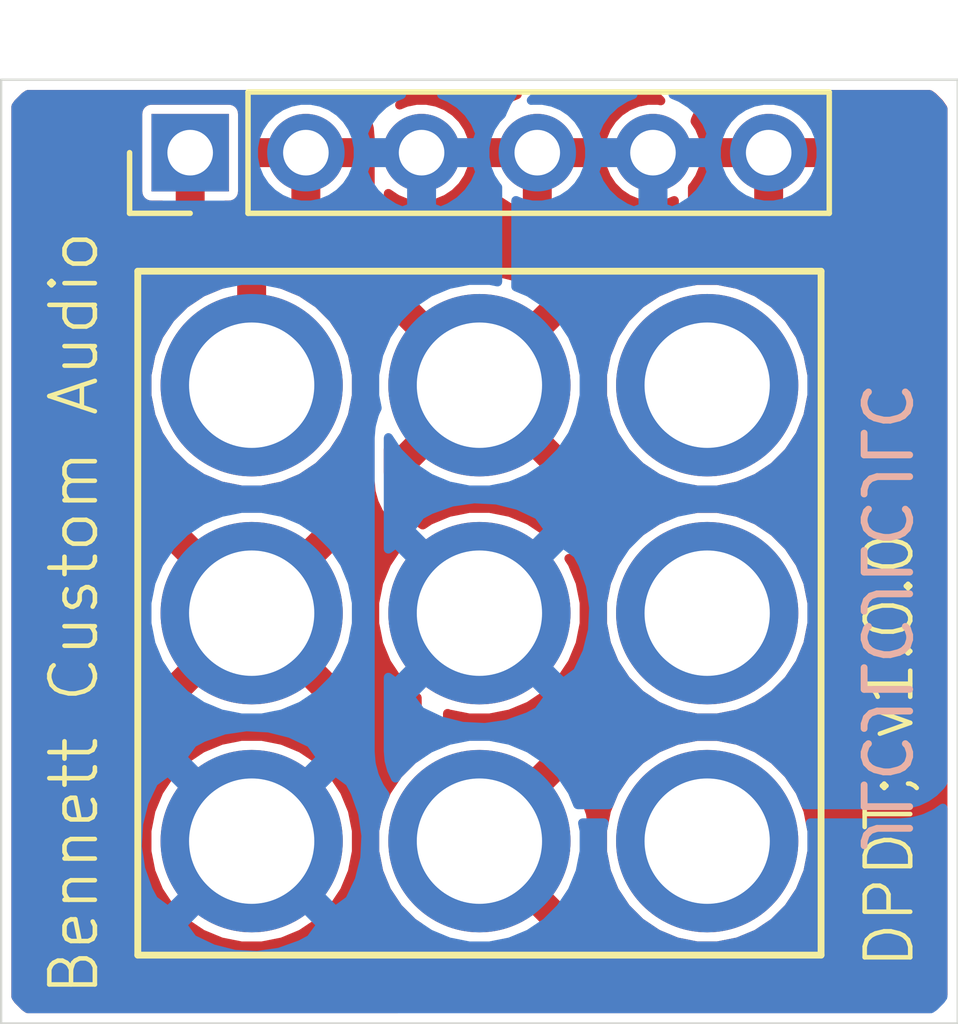
<source format=kicad_pcb>
(kicad_pcb (version 20171130) (host pcbnew "(5.1.10)-1")

  (general
    (thickness 1.6)
    (drawings 7)
    (tracks 3)
    (zones 0)
    (modules 2)
    (nets 10)
  )

  (page A4)
  (layers
    (0 F.Cu signal)
    (31 B.Cu signal)
    (32 B.Adhes user)
    (33 F.Adhes user)
    (34 B.Paste user)
    (35 F.Paste user)
    (36 B.SilkS user)
    (37 F.SilkS user)
    (38 B.Mask user)
    (39 F.Mask user)
    (40 Dwgs.User user hide)
    (41 Cmts.User user hide)
    (42 Eco1.User user hide)
    (43 Eco2.User user hide)
    (44 Edge.Cuts user)
    (45 Margin user)
    (46 B.CrtYd user hide)
    (47 F.CrtYd user hide)
    (48 B.Fab user hide)
    (49 F.Fab user hide)
  )

  (setup
    (last_trace_width 0.25)
    (user_trace_width 0.5)
    (user_trace_width 0.635)
    (trace_clearance 0.2)
    (zone_clearance 0.2)
    (zone_45_only no)
    (trace_min 0.2)
    (via_size 0.8)
    (via_drill 0.4)
    (via_min_size 0.4)
    (via_min_drill 0.3)
    (uvia_size 0.3)
    (uvia_drill 0.1)
    (uvias_allowed no)
    (uvia_min_size 0.2)
    (uvia_min_drill 0.1)
    (edge_width 0.05)
    (segment_width 0.2)
    (pcb_text_width 0.3)
    (pcb_text_size 1.5 1.5)
    (mod_edge_width 0.12)
    (mod_text_size 1 1)
    (mod_text_width 0.15)
    (pad_size 1.524 1.524)
    (pad_drill 0.762)
    (pad_to_mask_clearance 0)
    (aux_axis_origin 0 0)
    (grid_origin -87.7 15.4)
    (visible_elements 7FFFFFFF)
    (pcbplotparams
      (layerselection 0x010fc_ffffffff)
      (usegerberextensions false)
      (usegerberattributes true)
      (usegerberadvancedattributes true)
      (creategerberjobfile true)
      (excludeedgelayer true)
      (linewidth 0.100000)
      (plotframeref false)
      (viasonmask false)
      (mode 1)
      (useauxorigin false)
      (hpglpennumber 1)
      (hpglpenspeed 20)
      (hpglpendiameter 15.000000)
      (psnegative false)
      (psa4output false)
      (plotreference true)
      (plotvalue true)
      (plotinvisibletext false)
      (padsonsilk false)
      (subtractmaskfromsilk false)
      (outputformat 1)
      (mirror false)
      (drillshape 0)
      (scaleselection 1)
      (outputdirectory "gerber-files/"))
  )

  (net 0 "")
  (net 1 "Net-(SW1-Pad9)")
  (net 2 "Net-(J1-Pad6)")
  (net 3 "Net-(J1-Pad5)")
  (net 4 "Net-(J1-Pad4)")
  (net 5 "Net-(J1-Pad3)")
  (net 6 "Net-(J1-Pad2)")
  (net 7 "Net-(J1-Pad1)")
  (net 8 "Net-(SW1-Pad7)")
  (net 9 "Net-(SW1-Pad8)")

  (net_class Default "This is the default net class."
    (clearance 0.2)
    (trace_width 0.25)
    (via_dia 0.8)
    (via_drill 0.4)
    (uvia_dia 0.3)
    (uvia_drill 0.1)
    (add_net "Net-(J1-Pad1)")
    (add_net "Net-(J1-Pad2)")
    (add_net "Net-(J1-Pad3)")
    (add_net "Net-(J1-Pad4)")
    (add_net "Net-(J1-Pad5)")
    (add_net "Net-(J1-Pad6)")
    (add_net "Net-(SW1-Pad7)")
    (add_net "Net-(SW1-Pad8)")
    (add_net "Net-(SW1-Pad9)")
  )

  (module bca-footprints:SW_Foot_3PDT locked (layer F.Cu) (tedit 5E9D95B2) (tstamp 61621810)
    (at 146 80.5)
    (path /6161C444)
    (fp_text reference SW1 (at 0.4 -9) (layer F.SilkS) hide
      (effects (font (size 1 1) (thickness 0.15)))
    )
    (fp_text value SW_3PDT (at 0 9.5) (layer F.Fab) hide
      (effects (font (size 1 1) (thickness 0.15)))
    )
    (fp_line (start -7.5 -7.5) (end 7.5 -7.5) (layer F.SilkS) (width 0.15))
    (fp_line (start 7.5 -7.5) (end 7.5 7.5) (layer F.SilkS) (width 0.15))
    (fp_line (start 7.5 7.5) (end -7.5 7.5) (layer F.SilkS) (width 0.15))
    (fp_line (start -7.5 7.5) (end -7.5 -7.5) (layer F.SilkS) (width 0.15))
    (fp_line (start -7.4 -7.4) (end -7.4 7.4) (layer F.Fab) (width 0.15))
    (fp_line (start -7.4 7.4) (end 7.4 7.4) (layer F.Fab) (width 0.15))
    (fp_line (start 7.4 7.4) (end 7.4 -7.4) (layer F.Fab) (width 0.15))
    (fp_line (start 7.4 -7.4) (end -7.4 -7.4) (layer F.Fab) (width 0.15))
    (fp_line (start 8 -8) (end 8 8) (layer F.CrtYd) (width 0.15))
    (fp_line (start 8 8) (end -8 8) (layer F.CrtYd) (width 0.15))
    (fp_line (start -8 8) (end -8 -8) (layer F.CrtYd) (width 0.15))
    (fp_line (start -8 -8) (end 8 -8) (layer F.CrtYd) (width 0.15))
    (pad 5 thru_hole circle (at 0 0) (size 4 4) (drill 2.75) (layers *.Cu *.Mask)
      (net 3 "Net-(J1-Pad5)"))
    (pad 1 thru_hole circle (at -5 -5) (size 4 4) (drill 2.75) (layers *.Cu *.Mask)
      (net 7 "Net-(J1-Pad1)"))
    (pad 2 thru_hole circle (at -5 0) (size 4 4) (drill 2.75) (layers *.Cu *.Mask)
      (net 6 "Net-(J1-Pad2)"))
    (pad 4 thru_hole circle (at 0 -5) (size 4 4) (drill 2.75) (layers *.Cu *.Mask)
      (net 4 "Net-(J1-Pad4)"))
    (pad 7 thru_hole circle (at 5 -5) (size 4 4) (drill 2.75) (layers *.Cu *.Mask)
      (net 8 "Net-(SW1-Pad7)"))
    (pad 8 thru_hole circle (at 5 0) (size 4 4) (drill 2.75) (layers *.Cu *.Mask)
      (net 9 "Net-(SW1-Pad8)"))
    (pad 3 thru_hole circle (at -5 5) (size 4 4) (drill 2.75) (layers *.Cu *.Mask)
      (net 5 "Net-(J1-Pad3)"))
    (pad 9 thru_hole circle (at 5 5) (size 4 4) (drill 2.75) (layers *.Cu *.Mask)
      (net 1 "Net-(SW1-Pad9)"))
    (pad 6 thru_hole circle (at 0 5) (size 4 4) (drill 2.75) (layers *.Cu *.Mask)
      (net 2 "Net-(J1-Pad6)"))
  )

  (module bca-footprints:Pin_Header_Straight_1x06_Pitch2.54mm locked (layer F.Cu) (tedit 5CF72A80) (tstamp 65C59781)
    (at 146 70.4)
    (descr "Through hole straight pin header, 1x06, 2.54mm pitch, single row")
    (tags "Through hole pin header THT 1x06 2.54mm single row")
    (path /6161D447)
    (fp_text reference J1 (at 0 -2.5 180) (layer F.SilkS) hide
      (effects (font (size 1 1) (thickness 0.15)))
    )
    (fp_text value Conn_01x08 (at 0 2.7 180) (layer F.Fab)
      (effects (font (size 1 1) (thickness 0.15)))
    )
    (fp_line (start -8.15 -1.8) (end -8.15 1.8) (layer F.CrtYd) (width 0.05))
    (fp_line (start 8.15 -1.8) (end -8.15 -1.8) (layer F.CrtYd) (width 0.05))
    (fp_line (start 8.15 1.8) (end 8.15 -1.8) (layer F.CrtYd) (width 0.05))
    (fp_line (start -8.15 1.8) (end 8.15 1.8) (layer F.CrtYd) (width 0.05))
    (fp_line (start -7.68 1.33) (end -7.68 0) (layer F.SilkS) (width 0.12))
    (fp_line (start -6.35 1.33) (end -7.68 1.33) (layer F.SilkS) (width 0.12))
    (fp_line (start -5.08 1.33) (end -5.08 -1.33) (layer F.SilkS) (width 0.12))
    (fp_line (start -5.08 -1.33) (end 7.68 -1.33) (layer F.SilkS) (width 0.12))
    (fp_line (start -5.08 1.33) (end 7.68 1.33) (layer F.SilkS) (width 0.12))
    (fp_line (start 7.68 1.33) (end 7.68 -1.33) (layer F.SilkS) (width 0.12))
    (fp_line (start -6.985 1.27) (end -7.62 0.635) (layer F.Fab) (width 0.1))
    (fp_line (start 7.62 1.27) (end -6.985 1.27) (layer F.Fab) (width 0.1))
    (fp_line (start 7.62 -1.27) (end 7.62 1.27) (layer F.Fab) (width 0.1))
    (fp_line (start -7.62 -1.27) (end 7.62 -1.27) (layer F.Fab) (width 0.1))
    (fp_line (start -7.62 0.635) (end -7.62 -1.27) (layer F.Fab) (width 0.1))
    (fp_text user %R (at 0 -2.5 180) (layer F.Fab)
      (effects (font (size 1 1) (thickness 0.15)))
    )
    (pad 6 thru_hole oval (at 6.35 0 90) (size 1.7 1.7) (drill 1) (layers *.Cu *.Mask)
      (net 2 "Net-(J1-Pad6)"))
    (pad 5 thru_hole oval (at 3.81 0 90) (size 1.7 1.7) (drill 1) (layers *.Cu *.Mask)
      (net 3 "Net-(J1-Pad5)"))
    (pad 4 thru_hole oval (at 1.27 0 90) (size 1.7 1.7) (drill 1) (layers *.Cu *.Mask)
      (net 4 "Net-(J1-Pad4)"))
    (pad 3 thru_hole oval (at -1.27 0 90) (size 1.7 1.7) (drill 1) (layers *.Cu *.Mask)
      (net 5 "Net-(J1-Pad3)"))
    (pad 2 thru_hole oval (at -3.81 0 90) (size 1.7 1.7) (drill 1) (layers *.Cu *.Mask)
      (net 6 "Net-(J1-Pad2)"))
    (pad 1 thru_hole rect (at -6.35 0 90) (size 1.7 1.7) (drill 1) (layers *.Cu *.Mask)
      (net 7 "Net-(J1-Pad1)"))
    (model ${KISYS3DMOD}/Pin_Headers.3dshapes/Pin_Header_Straight_1x06_Pitch2.54mm.wrl
      (at (xyz 0 0 0))
      (scale (xyz 1 1 1))
      (rotate (xyz 0 0 0))
    )
  )

  (gr_text JLCJLCJLCJLC (at 154.9 80.6 270) (layer B.SilkS)
    (effects (font (size 1 1) (thickness 0.15)) (justify mirror))
  )
  (gr_text "DPDT; v1.0.0" (at 155 83.5 90) (layer F.SilkS) (tstamp 61622947)
    (effects (font (size 1 1) (thickness 0.1)))
  )
  (gr_text "Bennett Custom Audio" (at 137.1 80.5 90) (layer F.SilkS)
    (effects (font (size 1 1) (thickness 0.1)))
  )
  (gr_line (start 156.5 68.8) (end 135.5 68.8) (layer Edge.Cuts) (width 0.05) (tstamp 61621996))
  (gr_line (start 156.5 89.5) (end 156.5 68.8) (layer Edge.Cuts) (width 0.05))
  (gr_line (start 135.5 89.5) (end 156.5 89.5) (layer Edge.Cuts) (width 0.05))
  (gr_line (start 135.5 68.8) (end 135.5 89.5) (layer Edge.Cuts) (width 0.05))

  (segment (start 141 73) (end 141 75.5) (width 0.635) (layer F.Cu) (net 7))
  (segment (start 139.65 71.65) (end 141 73) (width 0.635) (layer F.Cu) (net 7))
  (segment (start 139.65 70.4) (end 139.65 71.65) (width 0.635) (layer F.Cu) (net 7))

  (zone (net 5) (net_name "Net-(J1-Pad3)") (layer B.Cu) (tstamp 61632B92) (hatch edge 0.508)
    (connect_pads (clearance 0.2))
    (min_thickness 0.2)
    (fill yes (arc_segments 32) (thermal_gap 0.4) (thermal_bridge_width 0.635) (smoothing fillet) (radius 1.27))
    (polygon
      (pts
        (xy 156.5 89.5) (xy 135.5 89.5) (xy 135.5 68.8) (xy 156.5 68.8)
      )
    )
    (filled_polygon
      (pts
        (xy 144.122811 69.194244) (xy 143.899247 69.335869) (xy 143.707608 69.518388) (xy 143.555259 69.734787) (xy 143.448055 69.976749)
        (xy 143.522627 70.1825) (xy 144.5125 70.1825) (xy 144.5125 70.1625) (xy 144.9475 70.1625) (xy 144.9475 70.1825)
        (xy 145.937373 70.1825) (xy 146.011945 69.976749) (xy 145.904741 69.734787) (xy 145.752392 69.518388) (xy 145.560753 69.335869)
        (xy 145.337189 69.194244) (xy 145.169997 69.125) (xy 146.720981 69.125) (xy 146.624403 69.262927) (xy 146.598256 69.308214)
        (xy 146.504698 69.508848) (xy 146.487468 69.556187) (xy 146.376737 69.666918) (xy 146.250884 69.855271) (xy 146.164194 70.064557)
        (xy 146.12 70.286735) (xy 146.12 70.513265) (xy 146.164194 70.735443) (xy 146.250884 70.944729) (xy 146.376737 71.133082)
        (xy 146.4 71.156345) (xy 146.4 73.234505) (xy 146.22653 73.2) (xy 145.77347 73.2) (xy 145.329115 73.288387)
        (xy 144.910541 73.461766) (xy 144.533835 73.713473) (xy 144.213473 74.033835) (xy 143.961766 74.410541) (xy 143.788387 74.829115)
        (xy 143.7 75.27347) (xy 143.7 75.72653) (xy 143.754713 76.001592) (xy 143.704698 76.108848) (xy 143.686812 76.157989)
        (xy 143.629516 76.371822) (xy 143.620436 76.42332) (xy 143.601142 76.643853) (xy 143.6 76.67) (xy 143.6 83.53)
        (xy 143.601142 83.556147) (xy 143.620436 83.77668) (xy 143.629516 83.828178) (xy 143.686812 84.042011) (xy 143.704698 84.091152)
        (xy 143.798256 84.291786) (xy 143.824403 84.337073) (xy 143.929831 84.487639) (xy 143.788387 84.829115) (xy 143.7 85.27347)
        (xy 143.7 85.72653) (xy 143.788387 86.170885) (xy 143.961766 86.589459) (xy 144.213473 86.966165) (xy 144.533835 87.286527)
        (xy 144.910541 87.538234) (xy 145.329115 87.711613) (xy 145.77347 87.8) (xy 146.22653 87.8) (xy 146.670885 87.711613)
        (xy 147.089459 87.538234) (xy 147.466165 87.286527) (xy 147.786527 86.966165) (xy 148.038234 86.589459) (xy 148.211613 86.170885)
        (xy 148.3 85.72653) (xy 148.3 85.27347) (xy 148.265495 85.1) (xy 148.734505 85.1) (xy 148.7 85.27347)
        (xy 148.7 85.72653) (xy 148.788387 86.170885) (xy 148.961766 86.589459) (xy 149.213473 86.966165) (xy 149.533835 87.286527)
        (xy 149.910541 87.538234) (xy 150.329115 87.711613) (xy 150.77347 87.8) (xy 151.22653 87.8) (xy 151.670885 87.711613)
        (xy 152.089459 87.538234) (xy 152.466165 87.286527) (xy 152.786527 86.966165) (xy 153.038234 86.589459) (xy 153.211613 86.170885)
        (xy 153.3 85.72653) (xy 153.3 85.27347) (xy 153.265495 85.1) (xy 155.22702 85.1) (xy 155.253206 85.098855)
        (xy 155.474065 85.079503) (xy 155.525638 85.070395) (xy 155.739766 85.01293) (xy 155.788969 84.994993) (xy 155.989841 84.901166)
        (xy 156.035176 84.874945) (xy 156.175 84.776849) (xy 156.175 88.911807) (xy 156.12598 88.981814) (xy 155.981814 89.12598)
        (xy 155.911807 89.175) (xy 136.088193 89.175) (xy 136.018186 89.12598) (xy 135.87402 88.981814) (xy 135.825 88.911807)
        (xy 135.825 87.334707) (xy 139.472885 87.334707) (xy 139.704933 87.652541) (xy 140.149756 87.863835) (xy 140.627255 87.984289)
        (xy 141.119078 88.009273) (xy 141.606325 87.937828) (xy 142.070271 87.772698) (xy 142.295067 87.652541) (xy 142.527115 87.334707)
        (xy 141 85.807591) (xy 139.472885 87.334707) (xy 135.825 87.334707) (xy 135.825 85.619078) (xy 138.490727 85.619078)
        (xy 138.562172 86.106325) (xy 138.727302 86.570271) (xy 138.847459 86.795067) (xy 139.165293 87.027115) (xy 140.692409 85.5)
        (xy 141.307591 85.5) (xy 142.834707 87.027115) (xy 143.152541 86.795067) (xy 143.363835 86.350244) (xy 143.484289 85.872745)
        (xy 143.509273 85.380922) (xy 143.437828 84.893675) (xy 143.272698 84.429729) (xy 143.152541 84.204933) (xy 142.834707 83.972885)
        (xy 141.307591 85.5) (xy 140.692409 85.5) (xy 139.165293 83.972885) (xy 138.847459 84.204933) (xy 138.636165 84.649756)
        (xy 138.515711 85.127255) (xy 138.490727 85.619078) (xy 135.825 85.619078) (xy 135.825 83.665293) (xy 139.472885 83.665293)
        (xy 141 85.192409) (xy 142.527115 83.665293) (xy 142.295067 83.347459) (xy 141.850244 83.136165) (xy 141.372745 83.015711)
        (xy 140.880922 82.990727) (xy 140.393675 83.062172) (xy 139.929729 83.227302) (xy 139.704933 83.347459) (xy 139.472885 83.665293)
        (xy 135.825 83.665293) (xy 135.825 80.27347) (xy 138.7 80.27347) (xy 138.7 80.72653) (xy 138.788387 81.170885)
        (xy 138.961766 81.589459) (xy 139.213473 81.966165) (xy 139.533835 82.286527) (xy 139.910541 82.538234) (xy 140.329115 82.711613)
        (xy 140.77347 82.8) (xy 141.22653 82.8) (xy 141.670885 82.711613) (xy 142.089459 82.538234) (xy 142.466165 82.286527)
        (xy 142.786527 81.966165) (xy 143.038234 81.589459) (xy 143.211613 81.170885) (xy 143.3 80.72653) (xy 143.3 80.27347)
        (xy 143.211613 79.829115) (xy 143.038234 79.410541) (xy 142.786527 79.033835) (xy 142.466165 78.713473) (xy 142.089459 78.461766)
        (xy 141.670885 78.288387) (xy 141.22653 78.2) (xy 140.77347 78.2) (xy 140.329115 78.288387) (xy 139.910541 78.461766)
        (xy 139.533835 78.713473) (xy 139.213473 79.033835) (xy 138.961766 79.410541) (xy 138.788387 79.829115) (xy 138.7 80.27347)
        (xy 135.825 80.27347) (xy 135.825 75.27347) (xy 138.7 75.27347) (xy 138.7 75.72653) (xy 138.788387 76.170885)
        (xy 138.961766 76.589459) (xy 139.213473 76.966165) (xy 139.533835 77.286527) (xy 139.910541 77.538234) (xy 140.329115 77.711613)
        (xy 140.77347 77.8) (xy 141.22653 77.8) (xy 141.670885 77.711613) (xy 142.089459 77.538234) (xy 142.466165 77.286527)
        (xy 142.786527 76.966165) (xy 143.038234 76.589459) (xy 143.211613 76.170885) (xy 143.3 75.72653) (xy 143.3 75.27347)
        (xy 143.211613 74.829115) (xy 143.038234 74.410541) (xy 142.786527 74.033835) (xy 142.466165 73.713473) (xy 142.089459 73.461766)
        (xy 141.670885 73.288387) (xy 141.22653 73.2) (xy 140.77347 73.2) (xy 140.329115 73.288387) (xy 139.910541 73.461766)
        (xy 139.533835 73.713473) (xy 139.213473 74.033835) (xy 138.961766 74.410541) (xy 138.788387 74.829115) (xy 138.7 75.27347)
        (xy 135.825 75.27347) (xy 135.825 69.55) (xy 138.498549 69.55) (xy 138.498549 71.25) (xy 138.504341 71.30881)
        (xy 138.521496 71.36536) (xy 138.549353 71.417477) (xy 138.586842 71.463158) (xy 138.632523 71.500647) (xy 138.68464 71.528504)
        (xy 138.74119 71.545659) (xy 138.8 71.551451) (xy 140.5 71.551451) (xy 140.55881 71.545659) (xy 140.61536 71.528504)
        (xy 140.667477 71.500647) (xy 140.713158 71.463158) (xy 140.750647 71.417477) (xy 140.778504 71.36536) (xy 140.795659 71.30881)
        (xy 140.801451 71.25) (xy 140.801451 70.286735) (xy 141.04 70.286735) (xy 141.04 70.513265) (xy 141.084194 70.735443)
        (xy 141.170884 70.944729) (xy 141.296737 71.133082) (xy 141.456918 71.293263) (xy 141.645271 71.419116) (xy 141.854557 71.505806)
        (xy 142.076735 71.55) (xy 142.303265 71.55) (xy 142.525443 71.505806) (xy 142.734729 71.419116) (xy 142.923082 71.293263)
        (xy 143.083263 71.133082) (xy 143.209116 70.944729) (xy 143.259434 70.823251) (xy 143.448055 70.823251) (xy 143.555259 71.065213)
        (xy 143.707608 71.281612) (xy 143.899247 71.464131) (xy 144.122811 71.605756) (xy 144.30675 71.681936) (xy 144.5125 71.605537)
        (xy 144.5125 70.6175) (xy 144.9475 70.6175) (xy 144.9475 71.605537) (xy 145.15325 71.681936) (xy 145.337189 71.605756)
        (xy 145.560753 71.464131) (xy 145.752392 71.281612) (xy 145.904741 71.065213) (xy 146.011945 70.823251) (xy 145.937373 70.6175)
        (xy 144.9475 70.6175) (xy 144.5125 70.6175) (xy 143.522627 70.6175) (xy 143.448055 70.823251) (xy 143.259434 70.823251)
        (xy 143.295806 70.735443) (xy 143.34 70.513265) (xy 143.34 70.286735) (xy 143.295806 70.064557) (xy 143.209116 69.855271)
        (xy 143.083263 69.666918) (xy 142.923082 69.506737) (xy 142.734729 69.380884) (xy 142.525443 69.294194) (xy 142.303265 69.25)
        (xy 142.076735 69.25) (xy 141.854557 69.294194) (xy 141.645271 69.380884) (xy 141.456918 69.506737) (xy 141.296737 69.666918)
        (xy 141.170884 69.855271) (xy 141.084194 70.064557) (xy 141.04 70.286735) (xy 140.801451 70.286735) (xy 140.801451 69.55)
        (xy 140.795659 69.49119) (xy 140.778504 69.43464) (xy 140.750647 69.382523) (xy 140.713158 69.336842) (xy 140.667477 69.299353)
        (xy 140.61536 69.271496) (xy 140.55881 69.254341) (xy 140.5 69.248549) (xy 138.8 69.248549) (xy 138.74119 69.254341)
        (xy 138.68464 69.271496) (xy 138.632523 69.299353) (xy 138.586842 69.336842) (xy 138.549353 69.382523) (xy 138.521496 69.43464)
        (xy 138.504341 69.49119) (xy 138.498549 69.55) (xy 135.825 69.55) (xy 135.825 69.388193) (xy 135.87402 69.318186)
        (xy 136.018186 69.17402) (xy 136.088193 69.125) (xy 144.290003 69.125)
      )
    )
  )
  (zone (net 2) (net_name "Net-(J1-Pad6)") (layer F.Cu) (tstamp 61632B8F) (hatch edge 0.508)
    (priority 1)
    (connect_pads (clearance 0.2))
    (min_thickness 0.2)
    (fill yes (arc_segments 32) (thermal_gap 0.4) (thermal_bridge_width 0.635) (smoothing fillet) (radius 1.27))
    (polygon
      (pts
        (xy 150.6 79.2) (xy 145.2 79.2) (xy 145.2 89.5) (xy 156.470673 89.5) (xy 156.470673 68.8)
        (xy 150.570673 68.8)
      )
    )
    (filled_polygon
      (pts
        (xy 151.742811 69.194244) (xy 151.519247 69.335869) (xy 151.327608 69.518388) (xy 151.175259 69.734787) (xy 151.068055 69.976749)
        (xy 151.142627 70.1825) (xy 152.1325 70.1825) (xy 152.1325 70.1625) (xy 152.5675 70.1625) (xy 152.5675 70.1825)
        (xy 153.557373 70.1825) (xy 153.631945 69.976749) (xy 153.524741 69.734787) (xy 153.372392 69.518388) (xy 153.180753 69.335869)
        (xy 152.957189 69.194244) (xy 152.789997 69.125) (xy 155.88248 69.125) (xy 155.952487 69.17402) (xy 156.096653 69.318186)
        (xy 156.175001 69.430078) (xy 156.175 88.869923) (xy 156.096653 88.981814) (xy 155.952487 89.12598) (xy 155.88248 89.175)
        (xy 145.788193 89.175) (xy 145.718186 89.12598) (xy 145.57402 88.981814) (xy 145.457082 88.81481) (xy 145.370919 88.630034)
        (xy 145.31815 88.433097) (xy 145.3 88.225639) (xy 145.3 87.901736) (xy 145.627255 87.984289) (xy 146.119078 88.009273)
        (xy 146.606325 87.937828) (xy 147.070271 87.772698) (xy 147.295067 87.652541) (xy 147.527115 87.334707) (xy 146 85.807591)
        (xy 145.985858 85.821734) (xy 145.678267 85.514143) (xy 145.692409 85.5) (xy 146.307591 85.5) (xy 147.834707 87.027115)
        (xy 148.152541 86.795067) (xy 148.363835 86.350244) (xy 148.484289 85.872745) (xy 148.509273 85.380922) (xy 148.493518 85.27347)
        (xy 148.7 85.27347) (xy 148.7 85.72653) (xy 148.788387 86.170885) (xy 148.961766 86.589459) (xy 149.213473 86.966165)
        (xy 149.533835 87.286527) (xy 149.910541 87.538234) (xy 150.329115 87.711613) (xy 150.77347 87.8) (xy 151.22653 87.8)
        (xy 151.670885 87.711613) (xy 152.089459 87.538234) (xy 152.466165 87.286527) (xy 152.786527 86.966165) (xy 153.038234 86.589459)
        (xy 153.211613 86.170885) (xy 153.3 85.72653) (xy 153.3 85.27347) (xy 153.211613 84.829115) (xy 153.038234 84.410541)
        (xy 152.786527 84.033835) (xy 152.466165 83.713473) (xy 152.089459 83.461766) (xy 151.670885 83.288387) (xy 151.22653 83.2)
        (xy 150.77347 83.2) (xy 150.329115 83.288387) (xy 149.910541 83.461766) (xy 149.533835 83.713473) (xy 149.213473 84.033835)
        (xy 148.961766 84.410541) (xy 148.788387 84.829115) (xy 148.7 85.27347) (xy 148.493518 85.27347) (xy 148.437828 84.893675)
        (xy 148.272698 84.429729) (xy 148.152541 84.204933) (xy 147.834707 83.972885) (xy 146.307591 85.5) (xy 145.692409 85.5)
        (xy 145.678267 85.485858) (xy 145.985858 85.178267) (xy 146 85.192409) (xy 147.527115 83.665293) (xy 147.295067 83.347459)
        (xy 146.850244 83.136165) (xy 146.372745 83.015711) (xy 145.880922 82.990727) (xy 145.393675 83.062172) (xy 145.3 83.095513)
        (xy 145.3 82.699553) (xy 145.329115 82.711613) (xy 145.77347 82.8) (xy 146.22653 82.8) (xy 146.670885 82.711613)
        (xy 147.089459 82.538234) (xy 147.466165 82.286527) (xy 147.786527 81.966165) (xy 148.038234 81.589459) (xy 148.211613 81.170885)
        (xy 148.3 80.72653) (xy 148.3 80.27347) (xy 148.211613 79.829115) (xy 148.038234 79.410541) (xy 147.964373 79.3)
        (xy 149.035627 79.3) (xy 148.961766 79.410541) (xy 148.788387 79.829115) (xy 148.7 80.27347) (xy 148.7 80.72653)
        (xy 148.788387 81.170885) (xy 148.961766 81.589459) (xy 149.213473 81.966165) (xy 149.533835 82.286527) (xy 149.910541 82.538234)
        (xy 150.329115 82.711613) (xy 150.77347 82.8) (xy 151.22653 82.8) (xy 151.670885 82.711613) (xy 152.089459 82.538234)
        (xy 152.466165 82.286527) (xy 152.786527 81.966165) (xy 153.038234 81.589459) (xy 153.211613 81.170885) (xy 153.3 80.72653)
        (xy 153.3 80.27347) (xy 153.211613 79.829115) (xy 153.038234 79.410541) (xy 152.786527 79.033835) (xy 152.466165 78.713473)
        (xy 152.089459 78.461766) (xy 151.670885 78.288387) (xy 151.22653 78.2) (xy 150.77347 78.2) (xy 150.661243 78.222323)
        (xy 150.674321 78.173053) (xy 150.67731 78.155849) (xy 150.696051 77.93487) (xy 150.696409 77.926137) (xy 150.69601 77.784592)
        (xy 150.77347 77.8) (xy 151.22653 77.8) (xy 151.670885 77.711613) (xy 152.089459 77.538234) (xy 152.466165 77.286527)
        (xy 152.786527 76.966165) (xy 153.038234 76.589459) (xy 153.211613 76.170885) (xy 153.3 75.72653) (xy 153.3 75.27347)
        (xy 153.211613 74.829115) (xy 153.038234 74.410541) (xy 152.786527 74.033835) (xy 152.466165 73.713473) (xy 152.089459 73.461766)
        (xy 151.670885 73.288387) (xy 151.22653 73.2) (xy 150.77347 73.2) (xy 150.683132 73.217969) (xy 150.677325 71.15902)
        (xy 150.703263 71.133082) (xy 150.829116 70.944729) (xy 150.879434 70.823251) (xy 151.068055 70.823251) (xy 151.175259 71.065213)
        (xy 151.327608 71.281612) (xy 151.519247 71.464131) (xy 151.742811 71.605756) (xy 151.92675 71.681936) (xy 152.1325 71.605537)
        (xy 152.1325 70.6175) (xy 152.5675 70.6175) (xy 152.5675 71.605537) (xy 152.77325 71.681936) (xy 152.957189 71.605756)
        (xy 153.180753 71.464131) (xy 153.372392 71.281612) (xy 153.524741 71.065213) (xy 153.631945 70.823251) (xy 153.557373 70.6175)
        (xy 152.5675 70.6175) (xy 152.1325 70.6175) (xy 151.142627 70.6175) (xy 151.068055 70.823251) (xy 150.879434 70.823251)
        (xy 150.915806 70.735443) (xy 150.96 70.513265) (xy 150.96 70.286735) (xy 150.915806 70.064557) (xy 150.829116 69.855271)
        (xy 150.733674 69.712431) (xy 150.744304 69.672381) (xy 150.830245 69.487095) (xy 150.947104 69.319589) (xy 151.091323 69.174963)
        (xy 151.162512 69.125) (xy 151.910003 69.125)
      )
    )
  )
  (zone (net 6) (net_name "Net-(J1-Pad2)") (layer F.Cu) (tstamp 61632B8C) (hatch edge 0.508)
    (priority 1)
    (connect_pads (clearance 0.2))
    (min_thickness 0.2)
    (fill yes (arc_segments 32) (thermal_gap 0.4) (thermal_bridge_width 0.635) (smoothing fillet) (radius 1.27))
    (polygon
      (pts
        (xy 143.7 78.2) (xy 144.7 79) (xy 144.8 89.5) (xy 135.5 89.5) (xy 135.5 68.8)
        (xy 143.7 68.8)
      )
    )
    (filled_polygon
      (pts
        (xy 141.582811 69.194244) (xy 141.359247 69.335869) (xy 141.167608 69.518388) (xy 141.015259 69.734787) (xy 140.908055 69.976749)
        (xy 140.982627 70.1825) (xy 141.9725 70.1825) (xy 141.9725 70.1625) (xy 142.4075 70.1625) (xy 142.4075 70.1825)
        (xy 143.397373 70.1825) (xy 143.471945 69.976749) (xy 143.364741 69.734787) (xy 143.212392 69.518388) (xy 143.020753 69.335869)
        (xy 142.797189 69.194244) (xy 142.629997 69.125) (xy 143.111807 69.125) (xy 143.181814 69.17402) (xy 143.32598 69.318186)
        (xy 143.442918 69.48519) (xy 143.529081 69.669966) (xy 143.58185 69.866903) (xy 143.6 70.074361) (xy 143.6 70.186188)
        (xy 143.58 70.286735) (xy 143.58 70.513265) (xy 143.6 70.613812) (xy 143.6 77.589606) (xy 143.600401 77.598555)
        (xy 143.620741 77.824937) (xy 143.623931 77.842547) (xy 143.684298 78.061678) (xy 143.690577 78.078438) (xy 143.789038 78.283298)
        (xy 143.798203 78.29867) (xy 143.931604 78.482699) (xy 143.943362 78.496191) (xy 144.10743 78.653493) (xy 144.114168 78.659397)
        (xy 144.163229 78.698645) (xy 144.316081 78.844914) (xy 144.352481 78.894827) (xy 144.213473 79.033835) (xy 143.961766 79.410541)
        (xy 143.788387 79.829115) (xy 143.7 80.27347) (xy 143.7 80.72653) (xy 143.788387 81.170885) (xy 143.961766 81.589459)
        (xy 144.213473 81.966165) (xy 144.533835 82.286527) (xy 144.63192 82.352065) (xy 144.644184 83.63974) (xy 144.533835 83.713473)
        (xy 144.213473 84.033835) (xy 143.961766 84.410541) (xy 143.788387 84.829115) (xy 143.7 85.27347) (xy 143.7 85.72653)
        (xy 143.788387 86.170885) (xy 143.961766 86.589459) (xy 144.213473 86.966165) (xy 144.533835 87.286527) (xy 144.679845 87.384088)
        (xy 144.687753 88.214458) (xy 144.671369 88.423343) (xy 144.619856 88.621883) (xy 144.534457 88.80836) (xy 144.417785 88.977066)
        (xy 144.273449 89.122783) (xy 144.19946 89.175) (xy 136.088193 89.175) (xy 136.018186 89.12598) (xy 135.87402 88.981814)
        (xy 135.825 88.911807) (xy 135.825 85.27347) (xy 138.7 85.27347) (xy 138.7 85.72653) (xy 138.788387 86.170885)
        (xy 138.961766 86.589459) (xy 139.213473 86.966165) (xy 139.533835 87.286527) (xy 139.910541 87.538234) (xy 140.329115 87.711613)
        (xy 140.77347 87.8) (xy 141.22653 87.8) (xy 141.670885 87.711613) (xy 142.089459 87.538234) (xy 142.466165 87.286527)
        (xy 142.786527 86.966165) (xy 143.038234 86.589459) (xy 143.211613 86.170885) (xy 143.3 85.72653) (xy 143.3 85.27347)
        (xy 143.211613 84.829115) (xy 143.038234 84.410541) (xy 142.786527 84.033835) (xy 142.466165 83.713473) (xy 142.089459 83.461766)
        (xy 141.670885 83.288387) (xy 141.22653 83.2) (xy 140.77347 83.2) (xy 140.329115 83.288387) (xy 139.910541 83.461766)
        (xy 139.533835 83.713473) (xy 139.213473 84.033835) (xy 138.961766 84.410541) (xy 138.788387 84.829115) (xy 138.7 85.27347)
        (xy 135.825 85.27347) (xy 135.825 82.334707) (xy 139.472885 82.334707) (xy 139.704933 82.652541) (xy 140.149756 82.863835)
        (xy 140.627255 82.984289) (xy 141.119078 83.009273) (xy 141.606325 82.937828) (xy 142.070271 82.772698) (xy 142.295067 82.652541)
        (xy 142.527115 82.334707) (xy 141 80.807591) (xy 139.472885 82.334707) (xy 135.825 82.334707) (xy 135.825 80.619078)
        (xy 138.490727 80.619078) (xy 138.562172 81.106325) (xy 138.727302 81.570271) (xy 138.847459 81.795067) (xy 139.165293 82.027115)
        (xy 140.692409 80.5) (xy 141.307591 80.5) (xy 142.834707 82.027115) (xy 143.152541 81.795067) (xy 143.363835 81.350244)
        (xy 143.484289 80.872745) (xy 143.509273 80.380922) (xy 143.437828 79.893675) (xy 143.272698 79.429729) (xy 143.152541 79.204933)
        (xy 142.834707 78.972885) (xy 141.307591 80.5) (xy 140.692409 80.5) (xy 139.165293 78.972885) (xy 138.847459 79.204933)
        (xy 138.636165 79.649756) (xy 138.515711 80.127255) (xy 138.490727 80.619078) (xy 135.825 80.619078) (xy 135.825 78.665293)
        (xy 139.472885 78.665293) (xy 141 80.192409) (xy 142.527115 78.665293) (xy 142.295067 78.347459) (xy 141.850244 78.136165)
        (xy 141.372745 78.015711) (xy 140.880922 77.990727) (xy 140.393675 78.062172) (xy 139.929729 78.227302) (xy 139.704933 78.347459)
        (xy 139.472885 78.665293) (xy 135.825 78.665293) (xy 135.825 69.55) (xy 138.498549 69.55) (xy 138.498549 71.25)
        (xy 138.504341 71.30881) (xy 138.521496 71.36536) (xy 138.549353 71.417477) (xy 138.586842 71.463158) (xy 138.632523 71.500647)
        (xy 138.68464 71.528504) (xy 138.74119 71.545659) (xy 138.8 71.551451) (xy 139.032501 71.551451) (xy 139.032501 71.619664)
        (xy 139.029513 71.65) (xy 139.041436 71.771051) (xy 139.076745 71.887449) (xy 139.134084 71.994724) (xy 139.185266 72.057089)
        (xy 139.21125 72.088751) (xy 139.23481 72.108086) (xy 140.3825 73.255777) (xy 140.3825 73.277768) (xy 140.329115 73.288387)
        (xy 139.910541 73.461766) (xy 139.533835 73.713473) (xy 139.213473 74.033835) (xy 138.961766 74.410541) (xy 138.788387 74.829115)
        (xy 138.7 75.27347) (xy 138.7 75.72653) (xy 138.788387 76.170885) (xy 138.961766 76.589459) (xy 139.213473 76.966165)
        (xy 139.533835 77.286527) (xy 139.910541 77.538234) (xy 140.329115 77.711613) (xy 140.77347 77.8) (xy 141.22653 77.8)
        (xy 141.670885 77.711613) (xy 142.089459 77.538234) (xy 142.466165 77.286527) (xy 142.786527 76.966165) (xy 143.038234 76.589459)
        (xy 143.211613 76.170885) (xy 143.3 75.72653) (xy 143.3 75.27347) (xy 143.211613 74.829115) (xy 143.038234 74.410541)
        (xy 142.786527 74.033835) (xy 142.466165 73.713473) (xy 142.089459 73.461766) (xy 141.670885 73.288387) (xy 141.6175 73.277768)
        (xy 141.6175 73.030325) (xy 141.620487 72.999999) (xy 141.6175 72.969671) (xy 141.608565 72.878949) (xy 141.573255 72.76255)
        (xy 141.515917 72.655277) (xy 141.515916 72.655275) (xy 141.458084 72.584807) (xy 141.438751 72.561249) (xy 141.415192 72.541915)
        (xy 140.424727 71.551451) (xy 140.5 71.551451) (xy 140.55881 71.545659) (xy 140.61536 71.528504) (xy 140.667477 71.500647)
        (xy 140.713158 71.463158) (xy 140.750647 71.417477) (xy 140.778504 71.36536) (xy 140.795659 71.30881) (xy 140.801451 71.25)
        (xy 140.801451 70.823251) (xy 140.908055 70.823251) (xy 141.015259 71.065213) (xy 141.167608 71.281612) (xy 141.359247 71.464131)
        (xy 141.582811 71.605756) (xy 141.76675 71.681936) (xy 141.9725 71.605537) (xy 141.9725 70.6175) (xy 142.4075 70.6175)
        (xy 142.4075 71.605537) (xy 142.61325 71.681936) (xy 142.797189 71.605756) (xy 143.020753 71.464131) (xy 143.212392 71.281612)
        (xy 143.364741 71.065213) (xy 143.471945 70.823251) (xy 143.397373 70.6175) (xy 142.4075 70.6175) (xy 141.9725 70.6175)
        (xy 140.982627 70.6175) (xy 140.908055 70.823251) (xy 140.801451 70.823251) (xy 140.801451 69.55) (xy 140.795659 69.49119)
        (xy 140.778504 69.43464) (xy 140.750647 69.382523) (xy 140.713158 69.336842) (xy 140.667477 69.299353) (xy 140.61536 69.271496)
        (xy 140.55881 69.254341) (xy 140.5 69.248549) (xy 138.8 69.248549) (xy 138.74119 69.254341) (xy 138.68464 69.271496)
        (xy 138.632523 69.299353) (xy 138.586842 69.336842) (xy 138.549353 69.382523) (xy 138.521496 69.43464) (xy 138.504341 69.49119)
        (xy 138.498549 69.55) (xy 135.825 69.55) (xy 135.825 69.388193) (xy 135.87402 69.318186) (xy 136.018186 69.17402)
        (xy 136.088193 69.125) (xy 141.750003 69.125)
      )
    )
  )
  (zone (net 4) (net_name "Net-(J1-Pad4)") (layer F.Cu) (tstamp 61632B89) (hatch edge 0.508)
    (connect_pads (clearance 0.2))
    (min_thickness 0.2)
    (fill yes (arc_segments 32) (thermal_gap 0.4) (thermal_bridge_width 0.635) (smoothing fillet) (radius 1.27))
    (polygon
      (pts
        (xy 150.5 78.9) (xy 145 78.9) (xy 143.9 78) (xy 143.9 68.8) (xy 150.4 68.8)
      )
    )
    (filled_polygon
      (pts
        (xy 146.662811 69.194244) (xy 146.439247 69.335869) (xy 146.247608 69.518388) (xy 146.095259 69.734787) (xy 145.988055 69.976749)
        (xy 146.062627 70.1825) (xy 147.0525 70.1825) (xy 147.0525 70.1625) (xy 147.4875 70.1625) (xy 147.4875 70.1825)
        (xy 148.477373 70.1825) (xy 148.551945 69.976749) (xy 148.444741 69.734787) (xy 148.292392 69.518388) (xy 148.100753 69.335869)
        (xy 147.877189 69.194244) (xy 147.709997 69.125) (xy 149.824552 69.125) (xy 149.890378 69.170716) (xy 149.982314 69.261746)
        (xy 149.923265 69.25) (xy 149.696735 69.25) (xy 149.474557 69.294194) (xy 149.265271 69.380884) (xy 149.076918 69.506737)
        (xy 148.916737 69.666918) (xy 148.790884 69.855271) (xy 148.704194 70.064557) (xy 148.66 70.286735) (xy 148.66 70.513265)
        (xy 148.704194 70.735443) (xy 148.790884 70.944729) (xy 148.916737 71.133082) (xy 149.076918 71.293263) (xy 149.265271 71.419116)
        (xy 149.474557 71.505806) (xy 149.696735 71.55) (xy 149.923265 71.55) (xy 150.145443 71.505806) (xy 150.278146 71.450838)
        (xy 150.283382 73.30733) (xy 149.910541 73.461766) (xy 149.533835 73.713473) (xy 149.213473 74.033835) (xy 148.961766 74.410541)
        (xy 148.788387 74.829115) (xy 148.7 75.27347) (xy 148.7 75.72653) (xy 148.788387 76.170885) (xy 148.961766 76.589459)
        (xy 149.213473 76.966165) (xy 149.533835 77.286527) (xy 149.910541 77.538234) (xy 150.295763 77.697798) (xy 150.296373 77.914143)
        (xy 150.280963 78.095851) (xy 150.274714 78.119395) (xy 150.234115 78.208109) (xy 150.11825 78.375731) (xy 149.910541 78.461766)
        (xy 149.533835 78.713473) (xy 149.481924 78.765384) (xy 149.421732 78.781619) (xy 149.212965 78.8) (xy 147.552692 78.8)
        (xy 147.466165 78.713473) (xy 147.089459 78.461766) (xy 146.670885 78.288387) (xy 146.22653 78.2) (xy 145.77347 78.2)
        (xy 145.329115 78.288387) (xy 144.910541 78.461766) (xy 144.756111 78.564953) (xy 144.709139 78.532817) (xy 144.432539 78.306507)
        (xy 144.281532 78.158834) (xy 144.16147 77.990498) (xy 144.072928 77.803652) (xy 144.01867 77.60413) (xy 144 77.393741)
        (xy 144 77.334707) (xy 144.472885 77.334707) (xy 144.704933 77.652541) (xy 145.149756 77.863835) (xy 145.627255 77.984289)
        (xy 146.119078 78.009273) (xy 146.606325 77.937828) (xy 147.070271 77.772698) (xy 147.295067 77.652541) (xy 147.527115 77.334707)
        (xy 146 75.807591) (xy 144.472885 77.334707) (xy 144 77.334707) (xy 144 76.906436) (xy 144.165293 77.027115)
        (xy 145.692409 75.5) (xy 146.307591 75.5) (xy 147.834707 77.027115) (xy 148.152541 76.795067) (xy 148.363835 76.350244)
        (xy 148.484289 75.872745) (xy 148.509273 75.380922) (xy 148.437828 74.893675) (xy 148.272698 74.429729) (xy 148.152541 74.204933)
        (xy 147.834707 73.972885) (xy 146.307591 75.5) (xy 145.692409 75.5) (xy 144.165293 73.972885) (xy 144 74.093564)
        (xy 144 73.665293) (xy 144.472885 73.665293) (xy 146 75.192409) (xy 147.527115 73.665293) (xy 147.295067 73.347459)
        (xy 146.850244 73.136165) (xy 146.372745 73.015711) (xy 145.880922 72.990727) (xy 145.393675 73.062172) (xy 144.929729 73.227302)
        (xy 144.704933 73.347459) (xy 144.472885 73.665293) (xy 144 73.665293) (xy 144 71.295322) (xy 144.185271 71.419116)
        (xy 144.394557 71.505806) (xy 144.616735 71.55) (xy 144.843265 71.55) (xy 145.065443 71.505806) (xy 145.274729 71.419116)
        (xy 145.463082 71.293263) (xy 145.623263 71.133082) (xy 145.749116 70.944729) (xy 145.799434 70.823251) (xy 145.988055 70.823251)
        (xy 146.095259 71.065213) (xy 146.247608 71.281612) (xy 146.439247 71.464131) (xy 146.662811 71.605756) (xy 146.84675 71.681936)
        (xy 147.0525 71.605537) (xy 147.0525 70.6175) (xy 147.4875 70.6175) (xy 147.4875 71.605537) (xy 147.69325 71.681936)
        (xy 147.877189 71.605756) (xy 148.100753 71.464131) (xy 148.292392 71.281612) (xy 148.444741 71.065213) (xy 148.551945 70.823251)
        (xy 148.477373 70.6175) (xy 147.4875 70.6175) (xy 147.0525 70.6175) (xy 146.062627 70.6175) (xy 145.988055 70.823251)
        (xy 145.799434 70.823251) (xy 145.835806 70.735443) (xy 145.88 70.513265) (xy 145.88 70.286735) (xy 145.835806 70.064557)
        (xy 145.749116 69.855271) (xy 145.623263 69.666918) (xy 145.463082 69.506737) (xy 145.274729 69.380884) (xy 145.065443 69.294194)
        (xy 144.843265 69.25) (xy 144.616735 69.25) (xy 144.394557 69.294194) (xy 144.24844 69.354718) (xy 144.27402 69.318186)
        (xy 144.418186 69.17402) (xy 144.488193 69.125) (xy 146.830003 69.125)
      )
    )
  )
  (zone (net 3) (net_name "Net-(J1-Pad5)") (layer B.Cu) (tstamp 61632B86) (hatch edge 0.508)
    (priority 1)
    (connect_pads (clearance 0.2))
    (min_thickness 0.2)
    (fill yes (arc_segments 32) (thermal_gap 0.4) (thermal_bridge_width 0.635) (smoothing fillet) (radius 1.27))
    (polygon
      (pts
        (xy 156.4625 68.8) (xy 156.5 84.8) (xy 143.9 84.8) (xy 143.9 75.4) (xy 146.7 75.4)
        (xy 146.7 68.8)
      )
    )
    (filled_polygon
      (pts
        (xy 149.202811 69.194244) (xy 148.979247 69.335869) (xy 148.787608 69.518388) (xy 148.635259 69.734787) (xy 148.528055 69.976749)
        (xy 148.602627 70.1825) (xy 149.5925 70.1825) (xy 149.5925 70.1625) (xy 150.0275 70.1625) (xy 150.0275 70.1825)
        (xy 151.017373 70.1825) (xy 151.091945 69.976749) (xy 150.984741 69.734787) (xy 150.832392 69.518388) (xy 150.640753 69.335869)
        (xy 150.417189 69.194244) (xy 150.249997 69.125) (xy 155.877333 69.125) (xy 155.946352 69.173234) (xy 156.090475 69.31702)
        (xy 156.175001 69.437367) (xy 156.175 84.207557) (xy 156.123978 84.280648) (xy 155.979769 84.425195) (xy 155.812619 84.542461)
        (xy 155.627624 84.628872) (xy 155.430422 84.681795) (xy 155.222651 84.7) (xy 153.158132 84.7) (xy 153.038234 84.410541)
        (xy 152.786527 84.033835) (xy 152.466165 83.713473) (xy 152.089459 83.461766) (xy 151.670885 83.288387) (xy 151.22653 83.2)
        (xy 150.77347 83.2) (xy 150.329115 83.288387) (xy 149.910541 83.461766) (xy 149.533835 83.713473) (xy 149.213473 84.033835)
        (xy 148.961766 84.410541) (xy 148.841868 84.7) (xy 148.158132 84.7) (xy 148.038234 84.410541) (xy 147.786527 84.033835)
        (xy 147.466165 83.713473) (xy 147.089459 83.461766) (xy 146.670885 83.288387) (xy 146.22653 83.2) (xy 145.77347 83.2)
        (xy 145.329115 83.288387) (xy 144.910541 83.461766) (xy 144.533835 83.713473) (xy 144.213473 84.033835) (xy 144.158251 84.11648)
        (xy 144.157082 84.11481) (xy 144.070919 83.930034) (xy 144.01815 83.733097) (xy 144 83.525639) (xy 144 82.334707)
        (xy 144.472885 82.334707) (xy 144.704933 82.652541) (xy 145.149756 82.863835) (xy 145.627255 82.984289) (xy 146.119078 83.009273)
        (xy 146.606325 82.937828) (xy 147.070271 82.772698) (xy 147.295067 82.652541) (xy 147.527115 82.334707) (xy 146 80.807591)
        (xy 144.472885 82.334707) (xy 144 82.334707) (xy 144 81.906436) (xy 144.165293 82.027115) (xy 145.692409 80.5)
        (xy 146.307591 80.5) (xy 147.834707 82.027115) (xy 148.152541 81.795067) (xy 148.363835 81.350244) (xy 148.484289 80.872745)
        (xy 148.509273 80.380922) (xy 148.493518 80.27347) (xy 148.7 80.27347) (xy 148.7 80.72653) (xy 148.788387 81.170885)
        (xy 148.961766 81.589459) (xy 149.213473 81.966165) (xy 149.533835 82.286527) (xy 149.910541 82.538234) (xy 150.329115 82.711613)
        (xy 150.77347 82.8) (xy 151.22653 82.8) (xy 151.670885 82.711613) (xy 152.089459 82.538234) (xy 152.466165 82.286527)
        (xy 152.786527 81.966165) (xy 153.038234 81.589459) (xy 153.211613 81.170885) (xy 153.3 80.72653) (xy 153.3 80.27347)
        (xy 153.211613 79.829115) (xy 153.038234 79.410541) (xy 152.786527 79.033835) (xy 152.466165 78.713473) (xy 152.089459 78.461766)
        (xy 151.670885 78.288387) (xy 151.22653 78.2) (xy 150.77347 78.2) (xy 150.329115 78.288387) (xy 149.910541 78.461766)
        (xy 149.533835 78.713473) (xy 149.213473 79.033835) (xy 148.961766 79.410541) (xy 148.788387 79.829115) (xy 148.7 80.27347)
        (xy 148.493518 80.27347) (xy 148.437828 79.893675) (xy 148.272698 79.429729) (xy 148.152541 79.204933) (xy 147.834707 78.972885)
        (xy 146.307591 80.5) (xy 145.692409 80.5) (xy 144.165293 78.972885) (xy 144 79.093564) (xy 144 78.665293)
        (xy 144.472885 78.665293) (xy 146 80.192409) (xy 147.527115 78.665293) (xy 147.295067 78.347459) (xy 146.850244 78.136165)
        (xy 146.372745 78.015711) (xy 145.880922 77.990727) (xy 145.393675 78.062172) (xy 144.929729 78.227302) (xy 144.704933 78.347459)
        (xy 144.472885 78.665293) (xy 144 78.665293) (xy 144 76.674361) (xy 144.002141 76.649885) (xy 144.213473 76.966165)
        (xy 144.533835 77.286527) (xy 144.910541 77.538234) (xy 145.329115 77.711613) (xy 145.77347 77.8) (xy 146.22653 77.8)
        (xy 146.670885 77.711613) (xy 147.089459 77.538234) (xy 147.466165 77.286527) (xy 147.786527 76.966165) (xy 148.038234 76.589459)
        (xy 148.211613 76.170885) (xy 148.3 75.72653) (xy 148.3 75.27347) (xy 148.7 75.27347) (xy 148.7 75.72653)
        (xy 148.788387 76.170885) (xy 148.961766 76.589459) (xy 149.213473 76.966165) (xy 149.533835 77.286527) (xy 149.910541 77.538234)
        (xy 150.329115 77.711613) (xy 150.77347 77.8) (xy 151.22653 77.8) (xy 151.670885 77.711613) (xy 152.089459 77.538234)
        (xy 152.466165 77.286527) (xy 152.786527 76.966165) (xy 153.038234 76.589459) (xy 153.211613 76.170885) (xy 153.3 75.72653)
        (xy 153.3 75.27347) (xy 153.211613 74.829115) (xy 153.038234 74.410541) (xy 152.786527 74.033835) (xy 152.466165 73.713473)
        (xy 152.089459 73.461766) (xy 151.670885 73.288387) (xy 151.22653 73.2) (xy 150.77347 73.2) (xy 150.329115 73.288387)
        (xy 149.910541 73.461766) (xy 149.533835 73.713473) (xy 149.213473 74.033835) (xy 148.961766 74.410541) (xy 148.788387 74.829115)
        (xy 148.7 75.27347) (xy 148.3 75.27347) (xy 148.211613 74.829115) (xy 148.038234 74.410541) (xy 147.786527 74.033835)
        (xy 147.466165 73.713473) (xy 147.089459 73.461766) (xy 146.8 73.341868) (xy 146.8 71.45007) (xy 146.934557 71.505806)
        (xy 147.156735 71.55) (xy 147.383265 71.55) (xy 147.605443 71.505806) (xy 147.814729 71.419116) (xy 148.003082 71.293263)
        (xy 148.163263 71.133082) (xy 148.289116 70.944729) (xy 148.339434 70.823251) (xy 148.528055 70.823251) (xy 148.635259 71.065213)
        (xy 148.787608 71.281612) (xy 148.979247 71.464131) (xy 149.202811 71.605756) (xy 149.38675 71.681936) (xy 149.5925 71.605537)
        (xy 149.5925 70.6175) (xy 150.0275 70.6175) (xy 150.0275 71.605537) (xy 150.23325 71.681936) (xy 150.417189 71.605756)
        (xy 150.640753 71.464131) (xy 150.832392 71.281612) (xy 150.984741 71.065213) (xy 151.091945 70.823251) (xy 151.017373 70.6175)
        (xy 150.0275 70.6175) (xy 149.5925 70.6175) (xy 148.602627 70.6175) (xy 148.528055 70.823251) (xy 148.339434 70.823251)
        (xy 148.375806 70.735443) (xy 148.42 70.513265) (xy 148.42 70.286735) (xy 151.2 70.286735) (xy 151.2 70.513265)
        (xy 151.244194 70.735443) (xy 151.330884 70.944729) (xy 151.456737 71.133082) (xy 151.616918 71.293263) (xy 151.805271 71.419116)
        (xy 152.014557 71.505806) (xy 152.236735 71.55) (xy 152.463265 71.55) (xy 152.685443 71.505806) (xy 152.894729 71.419116)
        (xy 153.083082 71.293263) (xy 153.243263 71.133082) (xy 153.369116 70.944729) (xy 153.455806 70.735443) (xy 153.5 70.513265)
        (xy 153.5 70.286735) (xy 153.455806 70.064557) (xy 153.369116 69.855271) (xy 153.243263 69.666918) (xy 153.083082 69.506737)
        (xy 152.894729 69.380884) (xy 152.685443 69.294194) (xy 152.463265 69.25) (xy 152.236735 69.25) (xy 152.014557 69.294194)
        (xy 151.805271 69.380884) (xy 151.616918 69.506737) (xy 151.456737 69.666918) (xy 151.330884 69.855271) (xy 151.244194 70.064557)
        (xy 151.2 70.286735) (xy 148.42 70.286735) (xy 148.375806 70.064557) (xy 148.289116 69.855271) (xy 148.163263 69.666918)
        (xy 148.003082 69.506737) (xy 147.814729 69.380884) (xy 147.605443 69.294194) (xy 147.383265 69.25) (xy 147.156735 69.25)
        (xy 147.138598 69.253608) (xy 147.218186 69.17402) (xy 147.288193 69.125) (xy 149.370003 69.125)
      )
    )
  )
)

</source>
